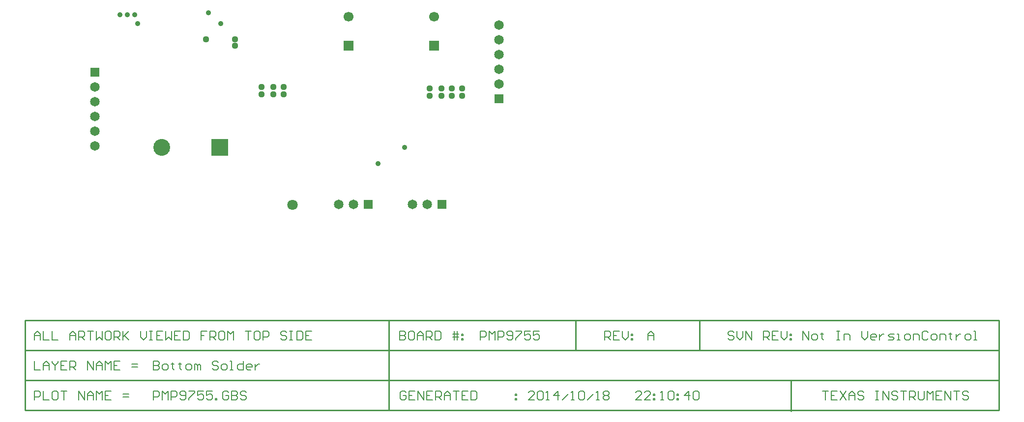
<source format=gbs>
%FSAX25Y25*%
%MOIN*%
G70*
G01*
G75*
G04 Layer_Color=16711935*
%ADD10C,0.03000*%
%ADD11C,0.01500*%
%ADD12C,0.01400*%
%ADD13R,0.02362X0.01969*%
%ADD14R,0.03740X0.03937*%
%ADD15R,0.08858X0.07677*%
%ADD16R,0.11417X0.21260*%
%ADD17R,0.03602X0.04803*%
%ADD18R,0.03937X0.03740*%
%ADD19R,0.10512X0.10000*%
%ADD20R,0.03000X0.05000*%
%ADD21R,0.08000X0.14000*%
%ADD22R,0.05000X0.01500*%
%ADD23R,0.05118X0.13386*%
%ADD24R,0.02362X0.05906*%
%ADD25C,0.01000*%
%ADD26C,0.02000*%
%ADD27C,0.10000*%
%ADD28C,0.00800*%
%ADD29R,0.07000X0.06500*%
%ADD30R,0.08500X0.03500*%
%ADD31R,0.15500X0.02676*%
%ADD32R,0.07500X0.03500*%
%ADD33R,0.14500X0.18000*%
%ADD34R,0.11500X0.04500*%
%ADD35R,0.02500X0.06500*%
%ADD36R,0.08500X0.12500*%
%ADD37R,0.10000X0.12000*%
%ADD38R,0.10000X0.10000*%
%ADD39R,0.05498X0.06227*%
%ADD40R,0.14500X0.07000*%
%ADD41R,0.16000X0.12000*%
%ADD42R,0.08000X0.07000*%
%ADD43R,0.11000X0.02500*%
%ADD44R,0.11012X0.05619*%
%ADD45R,0.09000X0.09000*%
%ADD46R,0.23000X0.16000*%
%ADD47R,0.20000X0.15000*%
%ADD48R,0.14720X0.04998*%
%ADD49R,0.04720X0.04845*%
%ADD50R,0.22000X0.06000*%
%ADD51R,0.12000X0.05000*%
%ADD52R,0.09000X0.06000*%
%ADD53R,0.05000X0.04000*%
%ADD54R,0.04000X0.05000*%
%ADD55R,0.08000X0.06000*%
%ADD56R,0.05000X0.05850*%
%ADD57R,0.06000X0.06000*%
%ADD58R,0.11500X0.05000*%
%ADD59R,0.06000X0.04998*%
%ADD60R,0.04998X0.05000*%
%ADD61R,1.25500X0.05000*%
%ADD62R,0.57000X0.12000*%
%ADD63R,0.24500X0.17500*%
%ADD64R,0.21227X0.14000*%
%ADD65R,1.34000X0.16000*%
%ADD66R,0.24500X0.04000*%
%ADD67R,0.18000X0.04500*%
%ADD68R,0.72000X0.39000*%
%ADD69R,0.06500X0.08500*%
%ADD70R,0.11024X0.11024*%
%ADD71C,0.11024*%
%ADD72R,0.06496X0.06496*%
%ADD73C,0.06496*%
%ADD74C,0.06299*%
%ADD75R,0.06299X0.06299*%
%ADD76C,0.06693*%
%ADD77R,0.06496X0.06496*%
%ADD78C,0.04000*%
%ADD79C,0.03200*%
%ADD80C,0.05000*%
%ADD81R,0.07000X0.08000*%
%ADD82R,0.10404X0.02104*%
%ADD83C,0.00787*%
%ADD84C,0.00984*%
%ADD85C,0.00700*%
%ADD86C,0.00600*%
%ADD87R,0.02000X0.09200*%
%ADD88R,0.02756X0.02362*%
%ADD89R,0.04134X0.04331*%
%ADD90R,0.09252X0.08071*%
%ADD91R,0.11811X0.21654*%
%ADD92R,0.03996X0.05197*%
%ADD93R,0.04331X0.04134*%
%ADD94R,0.10906X0.10394*%
%ADD95R,0.03394X0.05394*%
%ADD96R,0.08394X0.14394*%
%ADD97R,0.05394X0.01894*%
%ADD98R,0.05512X0.13780*%
%ADD99R,0.02756X0.06299*%
%ADD100R,0.11417X0.11417*%
%ADD101C,0.11417*%
%ADD102R,0.06693X0.06693*%
%ADD103C,0.07087*%
%ADD104C,0.04394*%
%ADD105C,0.03594*%
G54D25*
X0559400Y0039400D02*
Y0059683D01*
X0440500Y0040050D02*
X0700200D01*
Y0101050D01*
X0286500Y0040050D02*
Y0101050D01*
X0040000Y0040050D02*
Y0101050D01*
X0040050Y0040050D02*
X0197600D01*
X0040050D02*
Y0101050D01*
Y0101050D02*
X0700200D01*
X0040000Y0040050D02*
X0440500D01*
X0040000Y0060383D02*
X0700000D01*
X0040000Y0080717D02*
X0700200D01*
X0413200D02*
Y0101050D01*
X0497200Y0080717D02*
Y0101050D01*
G54D28*
X0126900Y0073549D02*
Y0067551D01*
X0129899D01*
X0130899Y0068550D01*
Y0069550D01*
X0129899Y0070550D01*
X0126900D01*
X0129899D01*
X0130899Y0071549D01*
Y0072549D01*
X0129899Y0073549D01*
X0126900D01*
X0133898Y0067551D02*
X0135897D01*
X0136897Y0068550D01*
Y0070550D01*
X0135897Y0071549D01*
X0133898D01*
X0132898Y0070550D01*
Y0068550D01*
X0133898Y0067551D01*
X0139896Y0072549D02*
Y0071549D01*
X0138896D01*
X0140895D01*
X0139896D01*
Y0068550D01*
X0140895Y0067551D01*
X0144894Y0072549D02*
Y0071549D01*
X0143895D01*
X0145894D01*
X0144894D01*
Y0068550D01*
X0145894Y0067551D01*
X0149893D02*
X0151892D01*
X0152892Y0068550D01*
Y0070550D01*
X0151892Y0071549D01*
X0149893D01*
X0148893Y0070550D01*
Y0068550D01*
X0149893Y0067551D01*
X0154891D02*
Y0071549D01*
X0155891D01*
X0156890Y0070550D01*
Y0067551D01*
Y0070550D01*
X0157890Y0071549D01*
X0158890Y0070550D01*
Y0067551D01*
X0170886Y0072549D02*
X0169886Y0073549D01*
X0167887D01*
X0166887Y0072549D01*
Y0071549D01*
X0167887Y0070550D01*
X0169886D01*
X0170886Y0069550D01*
Y0068550D01*
X0169886Y0067551D01*
X0167887D01*
X0166887Y0068550D01*
X0173885Y0067551D02*
X0175884D01*
X0176884Y0068550D01*
Y0070550D01*
X0175884Y0071549D01*
X0173885D01*
X0172885Y0070550D01*
Y0068550D01*
X0173885Y0067551D01*
X0178883D02*
X0180883D01*
X0179883D01*
Y0073549D01*
X0178883D01*
X0187880D02*
Y0067551D01*
X0184881D01*
X0183882Y0068550D01*
Y0070550D01*
X0184881Y0071549D01*
X0187880D01*
X0192879Y0067551D02*
X0190879D01*
X0189880Y0068550D01*
Y0070550D01*
X0190879Y0071549D01*
X0192879D01*
X0193878Y0070550D01*
Y0069550D01*
X0189880D01*
X0195878Y0071549D02*
Y0067551D01*
Y0069550D01*
X0196877Y0070550D01*
X0197877Y0071549D01*
X0198877D01*
X0580500Y0052965D02*
X0584499D01*
X0582499D01*
Y0046966D01*
X0590497Y0052965D02*
X0586498D01*
Y0046966D01*
X0590497D01*
X0586498Y0049966D02*
X0588497D01*
X0592496Y0052965D02*
X0596495Y0046966D01*
Y0052965D02*
X0592496Y0046966D01*
X0598494D02*
Y0050965D01*
X0600493Y0052965D01*
X0602493Y0050965D01*
Y0046966D01*
Y0049966D01*
X0598494D01*
X0608491Y0051965D02*
X0607491Y0052965D01*
X0605492D01*
X0604492Y0051965D01*
Y0050965D01*
X0605492Y0049966D01*
X0607491D01*
X0608491Y0048966D01*
Y0047966D01*
X0607491Y0046966D01*
X0605492D01*
X0604492Y0047966D01*
X0616488Y0052965D02*
X0618488D01*
X0617488D01*
Y0046966D01*
X0616488D01*
X0618488D01*
X0621487D02*
Y0052965D01*
X0625486Y0046966D01*
Y0052965D01*
X0631484Y0051965D02*
X0630484Y0052965D01*
X0628484D01*
X0627485Y0051965D01*
Y0050965D01*
X0628484Y0049966D01*
X0630484D01*
X0631484Y0048966D01*
Y0047966D01*
X0630484Y0046966D01*
X0628484D01*
X0627485Y0047966D01*
X0633483Y0052965D02*
X0637482D01*
X0635482D01*
Y0046966D01*
X0639481D02*
Y0052965D01*
X0642480D01*
X0643480Y0051965D01*
Y0049966D01*
X0642480Y0048966D01*
X0639481D01*
X0641480D02*
X0643480Y0046966D01*
X0645479Y0052965D02*
Y0047966D01*
X0646479Y0046966D01*
X0648478D01*
X0649478Y0047966D01*
Y0052965D01*
X0651477Y0046966D02*
Y0052965D01*
X0653476Y0050965D01*
X0655476Y0052965D01*
Y0046966D01*
X0661474Y0052965D02*
X0657475D01*
Y0046966D01*
X0661474D01*
X0657475Y0049966D02*
X0659474D01*
X0663473Y0046966D02*
Y0052965D01*
X0667472Y0046966D01*
Y0052965D01*
X0669471D02*
X0673470D01*
X0671471D01*
Y0046966D01*
X0679468Y0051965D02*
X0678468Y0052965D01*
X0676469D01*
X0675469Y0051965D01*
Y0050965D01*
X0676469Y0049966D01*
X0678468D01*
X0679468Y0048966D01*
Y0047966D01*
X0678468Y0046966D01*
X0676469D01*
X0675469Y0047966D01*
X0458049Y0046966D02*
X0454050D01*
X0458049Y0050965D01*
Y0051965D01*
X0457049Y0052965D01*
X0455050D01*
X0454050Y0051965D01*
X0464047Y0046966D02*
X0460048D01*
X0464047Y0050965D01*
Y0051965D01*
X0463047Y0052965D01*
X0461048D01*
X0460048Y0051965D01*
X0466046Y0050965D02*
X0467046D01*
Y0049966D01*
X0466046D01*
Y0050965D01*
Y0047966D02*
X0467046D01*
Y0046966D01*
X0466046D01*
Y0047966D01*
X0471044Y0046966D02*
X0473044D01*
X0472044D01*
Y0052965D01*
X0471044Y0051965D01*
X0476043D02*
X0477043Y0052965D01*
X0479042D01*
X0480042Y0051965D01*
Y0047966D01*
X0479042Y0046966D01*
X0477043D01*
X0476043Y0047966D01*
Y0051965D01*
X0482041Y0050965D02*
X0483041D01*
Y0049966D01*
X0482041D01*
Y0050965D01*
Y0047966D02*
X0483041D01*
Y0046966D01*
X0482041D01*
Y0047966D01*
X0490038Y0046966D02*
Y0052965D01*
X0487039Y0049966D01*
X0491038D01*
X0493037Y0051965D02*
X0494037Y0052965D01*
X0496036D01*
X0497036Y0051965D01*
Y0047966D01*
X0496036Y0046966D01*
X0494037D01*
X0493037Y0047966D01*
Y0051965D01*
X0046350Y0046966D02*
Y0052965D01*
X0049349D01*
X0050349Y0051965D01*
Y0049966D01*
X0049349Y0048966D01*
X0046350D01*
X0052348Y0052965D02*
Y0046966D01*
X0056347D01*
X0061345Y0052965D02*
X0059346D01*
X0058346Y0051965D01*
Y0047966D01*
X0059346Y0046966D01*
X0061345D01*
X0062345Y0047966D01*
Y0051965D01*
X0061345Y0052965D01*
X0064344D02*
X0068343D01*
X0066343D01*
Y0046966D01*
X0076340D02*
Y0052965D01*
X0080339Y0046966D01*
Y0052965D01*
X0082338Y0046966D02*
Y0050965D01*
X0084338Y0052965D01*
X0086337Y0050965D01*
Y0046966D01*
Y0049966D01*
X0082338D01*
X0088336Y0046966D02*
Y0052965D01*
X0090336Y0050965D01*
X0092335Y0052965D01*
Y0046966D01*
X0098333Y0052965D02*
X0094335D01*
Y0046966D01*
X0098333D01*
X0094335Y0049966D02*
X0096334D01*
X0106331Y0048966D02*
X0110329D01*
X0106331Y0050965D02*
X0110329D01*
X0046350Y0073549D02*
Y0067551D01*
X0050349D01*
X0052348D02*
Y0071549D01*
X0054347Y0073549D01*
X0056347Y0071549D01*
Y0067551D01*
Y0070550D01*
X0052348D01*
X0058346Y0073549D02*
Y0072549D01*
X0060346Y0070550D01*
X0062345Y0072549D01*
Y0073549D01*
X0060346Y0070550D02*
Y0067551D01*
X0068343Y0073549D02*
X0064344D01*
Y0067551D01*
X0068343D01*
X0064344Y0070550D02*
X0066343D01*
X0070342Y0067551D02*
Y0073549D01*
X0073341D01*
X0074341Y0072549D01*
Y0070550D01*
X0073341Y0069550D01*
X0070342D01*
X0072342D02*
X0074341Y0067551D01*
X0082338D02*
Y0073549D01*
X0086337Y0067551D01*
Y0073549D01*
X0088336Y0067551D02*
Y0071549D01*
X0090336Y0073549D01*
X0092335Y0071549D01*
Y0067551D01*
Y0070550D01*
X0088336D01*
X0094335Y0067551D02*
Y0073549D01*
X0096334Y0071549D01*
X0098333Y0073549D01*
Y0067551D01*
X0104331Y0073549D02*
X0100332D01*
Y0067551D01*
X0104331D01*
X0100332Y0070550D02*
X0102332D01*
X0112329Y0069550D02*
X0116327D01*
X0112329Y0071549D02*
X0116327D01*
X0294000Y0093831D02*
Y0087833D01*
X0296999D01*
X0297999Y0088833D01*
Y0089833D01*
X0296999Y0090832D01*
X0294000D01*
X0296999D01*
X0297999Y0091832D01*
Y0092832D01*
X0296999Y0093831D01*
X0294000D01*
X0302997D02*
X0300998D01*
X0299998Y0092832D01*
Y0088833D01*
X0300998Y0087833D01*
X0302997D01*
X0303997Y0088833D01*
Y0092832D01*
X0302997Y0093831D01*
X0305996Y0087833D02*
Y0091832D01*
X0307996Y0093831D01*
X0309995Y0091832D01*
Y0087833D01*
Y0090832D01*
X0305996D01*
X0311994Y0087833D02*
Y0093831D01*
X0314993D01*
X0315993Y0092832D01*
Y0090832D01*
X0314993Y0089833D01*
X0311994D01*
X0313994D02*
X0315993Y0087833D01*
X0317992Y0093831D02*
Y0087833D01*
X0320991D01*
X0321991Y0088833D01*
Y0092832D01*
X0320991Y0093831D01*
X0317992D01*
X0330988Y0087833D02*
Y0093831D01*
X0332987D02*
Y0087833D01*
X0329988Y0091832D02*
X0332987D01*
X0333987D01*
X0329988Y0089833D02*
X0333987D01*
X0335986Y0091832D02*
X0336986D01*
Y0090832D01*
X0335986D01*
Y0091832D01*
Y0088833D02*
X0336986D01*
Y0087833D01*
X0335986D01*
Y0088833D01*
X0348550Y0087833D02*
Y0093831D01*
X0351549D01*
X0352549Y0092832D01*
Y0090832D01*
X0351549Y0089833D01*
X0348550D01*
X0354548Y0087833D02*
Y0093831D01*
X0356547Y0091832D01*
X0358547Y0093831D01*
Y0087833D01*
X0360546D02*
Y0093831D01*
X0363545D01*
X0364545Y0092832D01*
Y0090832D01*
X0363545Y0089833D01*
X0360546D01*
X0366544Y0088833D02*
X0367544Y0087833D01*
X0369543D01*
X0370543Y0088833D01*
Y0092832D01*
X0369543Y0093831D01*
X0367544D01*
X0366544Y0092832D01*
Y0091832D01*
X0367544Y0090832D01*
X0370543D01*
X0372542Y0093831D02*
X0376541D01*
Y0092832D01*
X0372542Y0088833D01*
Y0087833D01*
X0382539Y0093831D02*
X0378540D01*
Y0090832D01*
X0380540Y0091832D01*
X0381539D01*
X0382539Y0090832D01*
Y0088833D01*
X0381539Y0087833D01*
X0379540D01*
X0378540Y0088833D01*
X0388537Y0093831D02*
X0384538D01*
Y0090832D01*
X0386538Y0091832D01*
X0387537D01*
X0388537Y0090832D01*
Y0088833D01*
X0387537Y0087833D01*
X0385538D01*
X0384538Y0088833D01*
X0462150Y0087833D02*
Y0091832D01*
X0464149Y0093831D01*
X0466149Y0091832D01*
Y0087833D01*
Y0090832D01*
X0462150D01*
X0046350Y0087833D02*
Y0091832D01*
X0048349Y0093831D01*
X0050349Y0091832D01*
Y0087833D01*
Y0090832D01*
X0046350D01*
X0052348Y0093831D02*
Y0087833D01*
X0056347D01*
X0058346Y0093831D02*
Y0087833D01*
X0062345D01*
X0070342D02*
Y0091832D01*
X0072342Y0093831D01*
X0074341Y0091832D01*
Y0087833D01*
Y0090832D01*
X0070342D01*
X0076340Y0087833D02*
Y0093831D01*
X0079339D01*
X0080339Y0092832D01*
Y0090832D01*
X0079339Y0089833D01*
X0076340D01*
X0078340D02*
X0080339Y0087833D01*
X0082338Y0093831D02*
X0086337D01*
X0084338D01*
Y0087833D01*
X0088336Y0093831D02*
Y0087833D01*
X0090336Y0089833D01*
X0092335Y0087833D01*
Y0093831D01*
X0097334D02*
X0095334D01*
X0094335Y0092832D01*
Y0088833D01*
X0095334Y0087833D01*
X0097334D01*
X0098333Y0088833D01*
Y0092832D01*
X0097334Y0093831D01*
X0100332Y0087833D02*
Y0093831D01*
X0103332D01*
X0104331Y0092832D01*
Y0090832D01*
X0103332Y0089833D01*
X0100332D01*
X0102332D02*
X0104331Y0087833D01*
X0106331Y0093831D02*
Y0087833D01*
Y0089833D01*
X0110329Y0093831D01*
X0107330Y0090832D01*
X0110329Y0087833D01*
X0118327Y0093831D02*
Y0089833D01*
X0120326Y0087833D01*
X0122325Y0089833D01*
Y0093831D01*
X0124325D02*
X0126324D01*
X0125324D01*
Y0087833D01*
X0124325D01*
X0126324D01*
X0133322Y0093831D02*
X0129323D01*
Y0087833D01*
X0133322D01*
X0129323Y0090832D02*
X0131323D01*
X0135321Y0093831D02*
Y0087833D01*
X0137321Y0089833D01*
X0139320Y0087833D01*
Y0093831D01*
X0145318D02*
X0141319D01*
Y0087833D01*
X0145318D01*
X0141319Y0090832D02*
X0143319D01*
X0147317Y0093831D02*
Y0087833D01*
X0150316D01*
X0151316Y0088833D01*
Y0092832D01*
X0150316Y0093831D01*
X0147317D01*
X0163312D02*
X0159313D01*
Y0090832D01*
X0161313D01*
X0159313D01*
Y0087833D01*
X0165312D02*
Y0093831D01*
X0168310D01*
X0169310Y0092832D01*
Y0090832D01*
X0168310Y0089833D01*
X0165312D01*
X0167311D02*
X0169310Y0087833D01*
X0174309Y0093831D02*
X0172309D01*
X0171310Y0092832D01*
Y0088833D01*
X0172309Y0087833D01*
X0174309D01*
X0175308Y0088833D01*
Y0092832D01*
X0174309Y0093831D01*
X0177308Y0087833D02*
Y0093831D01*
X0179307Y0091832D01*
X0181306Y0093831D01*
Y0087833D01*
X0189304Y0093831D02*
X0193303D01*
X0191303D01*
Y0087833D01*
X0198301Y0093831D02*
X0196301D01*
X0195302Y0092832D01*
Y0088833D01*
X0196301Y0087833D01*
X0198301D01*
X0199301Y0088833D01*
Y0092832D01*
X0198301Y0093831D01*
X0201300Y0087833D02*
Y0093831D01*
X0204299D01*
X0205299Y0092832D01*
Y0090832D01*
X0204299Y0089833D01*
X0201300D01*
X0217295Y0092832D02*
X0216295Y0093831D01*
X0214296D01*
X0213296Y0092832D01*
Y0091832D01*
X0214296Y0090832D01*
X0216295D01*
X0217295Y0089833D01*
Y0088833D01*
X0216295Y0087833D01*
X0214296D01*
X0213296Y0088833D01*
X0219294Y0093831D02*
X0221293D01*
X0220294D01*
Y0087833D01*
X0219294D01*
X0221293D01*
X0224292Y0093831D02*
Y0087833D01*
X0227291D01*
X0228291Y0088833D01*
Y0092832D01*
X0227291Y0093831D01*
X0224292D01*
X0234289D02*
X0230291D01*
Y0087833D01*
X0234289D01*
X0230291Y0090832D02*
X0232290D01*
X0298199Y0051965D02*
X0297199Y0052965D01*
X0295200D01*
X0294200Y0051965D01*
Y0047966D01*
X0295200Y0046966D01*
X0297199D01*
X0298199Y0047966D01*
Y0049966D01*
X0296199D01*
X0304197Y0052965D02*
X0300198D01*
Y0046966D01*
X0304197D01*
X0300198Y0049966D02*
X0302197D01*
X0306196Y0046966D02*
Y0052965D01*
X0310195Y0046966D01*
Y0052965D01*
X0316193D02*
X0312194D01*
Y0046966D01*
X0316193D01*
X0312194Y0049966D02*
X0314194D01*
X0318192Y0046966D02*
Y0052965D01*
X0321191D01*
X0322191Y0051965D01*
Y0049966D01*
X0321191Y0048966D01*
X0318192D01*
X0320192D02*
X0322191Y0046966D01*
X0324190D02*
Y0050965D01*
X0326190Y0052965D01*
X0328189Y0050965D01*
Y0046966D01*
Y0049966D01*
X0324190D01*
X0330188Y0052965D02*
X0334187D01*
X0332188D01*
Y0046966D01*
X0340185Y0052965D02*
X0336186D01*
Y0046966D01*
X0340185D01*
X0336186Y0049966D02*
X0338186D01*
X0342184Y0052965D02*
Y0046966D01*
X0345183D01*
X0346183Y0047966D01*
Y0051965D01*
X0345183Y0052965D01*
X0342184D01*
X0372175Y0050965D02*
X0373175D01*
Y0049966D01*
X0372175D01*
Y0050965D01*
Y0047966D02*
X0373175D01*
Y0046966D01*
X0372175D01*
Y0047966D01*
X0385149Y0046966D02*
X0381150D01*
X0385149Y0050965D01*
Y0051965D01*
X0384149Y0052965D01*
X0382150D01*
X0381150Y0051965D01*
X0387148D02*
X0388148Y0052965D01*
X0390147D01*
X0391147Y0051965D01*
Y0047966D01*
X0390147Y0046966D01*
X0388148D01*
X0387148Y0047966D01*
Y0051965D01*
X0393146Y0046966D02*
X0395146D01*
X0394146D01*
Y0052965D01*
X0393146Y0051965D01*
X0401144Y0046966D02*
Y0052965D01*
X0398145Y0049966D01*
X0402143D01*
X0404143Y0046966D02*
X0408141Y0050965D01*
X0410141Y0046966D02*
X0412140D01*
X0411140D01*
Y0052965D01*
X0410141Y0051965D01*
X0415139D02*
X0416139Y0052965D01*
X0418138D01*
X0419138Y0051965D01*
Y0047966D01*
X0418138Y0046966D01*
X0416139D01*
X0415139Y0047966D01*
Y0051965D01*
X0421137Y0046966D02*
X0425136Y0050965D01*
X0427135Y0046966D02*
X0429135D01*
X0428135D01*
Y0052965D01*
X0427135Y0051965D01*
X0432133D02*
X0433133Y0052965D01*
X0435133D01*
X0436132Y0051965D01*
Y0050965D01*
X0435133Y0049966D01*
X0436132Y0048966D01*
Y0047966D01*
X0435133Y0046966D01*
X0433133D01*
X0432133Y0047966D01*
Y0048966D01*
X0433133Y0049966D01*
X0432133Y0050965D01*
Y0051965D01*
X0433133Y0049966D02*
X0435133D01*
X0126900Y0046966D02*
Y0052965D01*
X0129899D01*
X0130899Y0051965D01*
Y0049966D01*
X0129899Y0048966D01*
X0126900D01*
X0132898Y0046966D02*
Y0052965D01*
X0134897Y0050965D01*
X0136897Y0052965D01*
Y0046966D01*
X0138896D02*
Y0052965D01*
X0141895D01*
X0142895Y0051965D01*
Y0049966D01*
X0141895Y0048966D01*
X0138896D01*
X0144894Y0047966D02*
X0145894Y0046966D01*
X0147893D01*
X0148893Y0047966D01*
Y0051965D01*
X0147893Y0052965D01*
X0145894D01*
X0144894Y0051965D01*
Y0050965D01*
X0145894Y0049966D01*
X0148893D01*
X0150892Y0052965D02*
X0154891D01*
Y0051965D01*
X0150892Y0047966D01*
Y0046966D01*
X0160889Y0052965D02*
X0156890D01*
Y0049966D01*
X0158890Y0050965D01*
X0159889D01*
X0160889Y0049966D01*
Y0047966D01*
X0159889Y0046966D01*
X0157890D01*
X0156890Y0047966D01*
X0166887Y0052965D02*
X0162888D01*
Y0049966D01*
X0164888Y0050965D01*
X0165887D01*
X0166887Y0049966D01*
Y0047966D01*
X0165887Y0046966D01*
X0163888D01*
X0162888Y0047966D01*
X0168886Y0046966D02*
Y0047966D01*
X0169886D01*
Y0046966D01*
X0168886D01*
X0177884Y0051965D02*
X0176884Y0052965D01*
X0174884D01*
X0173885Y0051965D01*
Y0047966D01*
X0174884Y0046966D01*
X0176884D01*
X0177884Y0047966D01*
Y0049966D01*
X0175884D01*
X0179883Y0052965D02*
Y0046966D01*
X0182882D01*
X0183882Y0047966D01*
Y0048966D01*
X0182882Y0049966D01*
X0179883D01*
X0182882D01*
X0183882Y0050965D01*
Y0051965D01*
X0182882Y0052965D01*
X0179883D01*
X0189880Y0051965D02*
X0188880Y0052965D01*
X0186881D01*
X0185881Y0051965D01*
Y0050965D01*
X0186881Y0049966D01*
X0188880D01*
X0189880Y0048966D01*
Y0047966D01*
X0188880Y0046966D01*
X0186881D01*
X0185881Y0047966D01*
X0433000Y0087833D02*
Y0093831D01*
X0435999D01*
X0436999Y0092832D01*
Y0090832D01*
X0435999Y0089833D01*
X0433000D01*
X0434999D02*
X0436999Y0087833D01*
X0442997Y0093831D02*
X0438998D01*
Y0087833D01*
X0442997D01*
X0438998Y0090832D02*
X0440997D01*
X0444996Y0093831D02*
Y0089833D01*
X0446995Y0087833D01*
X0448995Y0089833D01*
Y0093831D01*
X0450994Y0091832D02*
X0451994D01*
Y0090832D01*
X0450994D01*
Y0091832D01*
Y0088833D02*
X0451994D01*
Y0087833D01*
X0450994D01*
Y0088833D01*
X0520799Y0092832D02*
X0519799Y0093831D01*
X0517800D01*
X0516800Y0092832D01*
Y0091832D01*
X0517800Y0090832D01*
X0519799D01*
X0520799Y0089833D01*
Y0088833D01*
X0519799Y0087833D01*
X0517800D01*
X0516800Y0088833D01*
X0522798Y0093831D02*
Y0089833D01*
X0524797Y0087833D01*
X0526797Y0089833D01*
Y0093831D01*
X0528796Y0087833D02*
Y0093831D01*
X0532795Y0087833D01*
Y0093831D01*
X0540792Y0087833D02*
Y0093831D01*
X0543791D01*
X0544791Y0092832D01*
Y0090832D01*
X0543791Y0089833D01*
X0540792D01*
X0542792D02*
X0544791Y0087833D01*
X0550789Y0093831D02*
X0546790D01*
Y0087833D01*
X0550789D01*
X0546790Y0090832D02*
X0548790D01*
X0552788Y0093831D02*
Y0089833D01*
X0554788Y0087833D01*
X0556787Y0089833D01*
Y0093831D01*
X0558786Y0091832D02*
X0559786D01*
Y0090832D01*
X0558786D01*
Y0091832D01*
Y0088833D02*
X0559786D01*
Y0087833D01*
X0558786D01*
Y0088833D01*
X0567400Y0087833D02*
Y0093831D01*
X0571399Y0087833D01*
Y0093831D01*
X0574398Y0087833D02*
X0576397D01*
X0577397Y0088833D01*
Y0090832D01*
X0576397Y0091832D01*
X0574398D01*
X0573398Y0090832D01*
Y0088833D01*
X0574398Y0087833D01*
X0580396Y0092832D02*
Y0091832D01*
X0579396D01*
X0581395D01*
X0580396D01*
Y0088833D01*
X0581395Y0087833D01*
X0590393Y0093831D02*
X0592392D01*
X0591392D01*
Y0087833D01*
X0590393D01*
X0592392D01*
X0595391D02*
Y0091832D01*
X0598390D01*
X0599390Y0090832D01*
Y0087833D01*
X0607387Y0093831D02*
Y0089833D01*
X0609386Y0087833D01*
X0611386Y0089833D01*
Y0093831D01*
X0616384Y0087833D02*
X0614385D01*
X0613385Y0088833D01*
Y0090832D01*
X0614385Y0091832D01*
X0616384D01*
X0617384Y0090832D01*
Y0089833D01*
X0613385D01*
X0619383Y0091832D02*
Y0087833D01*
Y0089833D01*
X0620383Y0090832D01*
X0621383Y0091832D01*
X0622382D01*
X0625381Y0087833D02*
X0628380D01*
X0629380Y0088833D01*
X0628380Y0089833D01*
X0626381D01*
X0625381Y0090832D01*
X0626381Y0091832D01*
X0629380D01*
X0631379Y0087833D02*
X0633379D01*
X0632379D01*
Y0091832D01*
X0631379D01*
X0637377Y0087833D02*
X0639377D01*
X0640376Y0088833D01*
Y0090832D01*
X0639377Y0091832D01*
X0637377D01*
X0636378Y0090832D01*
Y0088833D01*
X0637377Y0087833D01*
X0642376D02*
Y0091832D01*
X0645375D01*
X0646374Y0090832D01*
Y0087833D01*
X0652373Y0092832D02*
X0651373Y0093831D01*
X0649373D01*
X0648374Y0092832D01*
Y0088833D01*
X0649373Y0087833D01*
X0651373D01*
X0652373Y0088833D01*
X0655372Y0087833D02*
X0657371D01*
X0658371Y0088833D01*
Y0090832D01*
X0657371Y0091832D01*
X0655372D01*
X0654372Y0090832D01*
Y0088833D01*
X0655372Y0087833D01*
X0660370D02*
Y0091832D01*
X0663369D01*
X0664369Y0090832D01*
Y0087833D01*
X0667368Y0092832D02*
Y0091832D01*
X0666368D01*
X0668367D01*
X0667368D01*
Y0088833D01*
X0668367Y0087833D01*
X0671366Y0091832D02*
Y0087833D01*
Y0089833D01*
X0672366Y0090832D01*
X0673366Y0091832D01*
X0674365D01*
X0678364Y0087833D02*
X0680364D01*
X0681363Y0088833D01*
Y0090832D01*
X0680364Y0091832D01*
X0678364D01*
X0677364Y0090832D01*
Y0088833D01*
X0678364Y0087833D01*
X0683362D02*
X0685362D01*
X0684362D01*
Y0093831D01*
X0683362D01*
G54D72*
X0361200Y0251400D02*
D03*
X0087200Y0269400D02*
D03*
G54D73*
X0361200Y0261400D02*
D03*
Y0271400D02*
D03*
Y0281400D02*
D03*
Y0291400D02*
D03*
Y0301400D02*
D03*
X0087200Y0259400D02*
D03*
Y0249400D02*
D03*
Y0239400D02*
D03*
Y0229400D02*
D03*
Y0219400D02*
D03*
X0252700Y0179900D02*
D03*
X0262700D02*
D03*
X0302700D02*
D03*
X0312700D02*
D03*
G54D76*
X0259200Y0307242D02*
D03*
X0317200D02*
D03*
G54D77*
X0272700Y0179900D02*
D03*
X0322700D02*
D03*
G54D100*
X0171885Y0218400D02*
D03*
G54D101*
X0132515D02*
D03*
G54D102*
X0259200Y0287558D02*
D03*
X0317200D02*
D03*
G54D103*
X0221200Y0179400D02*
D03*
G54D104*
X0162700Y0291900D02*
D03*
X0208200Y0254400D02*
D03*
X0200200D02*
D03*
Y0259400D02*
D03*
X0215200D02*
D03*
Y0254400D02*
D03*
X0208200Y0259400D02*
D03*
X0322200Y0258400D02*
D03*
X0329200Y0253400D02*
D03*
Y0258400D02*
D03*
X0314200D02*
D03*
Y0253400D02*
D03*
X0322200D02*
D03*
X0336200Y0258400D02*
D03*
Y0253400D02*
D03*
X0182200Y0291900D02*
D03*
Y0287400D02*
D03*
G54D105*
X0279200Y0207400D02*
D03*
X0114200Y0308400D02*
D03*
X0109200D02*
D03*
X0104200D02*
D03*
X0116200Y0302400D02*
D03*
X0297200Y0218400D02*
D03*
X0172700Y0302400D02*
D03*
X0164200Y0309900D02*
D03*
M02*

</source>
